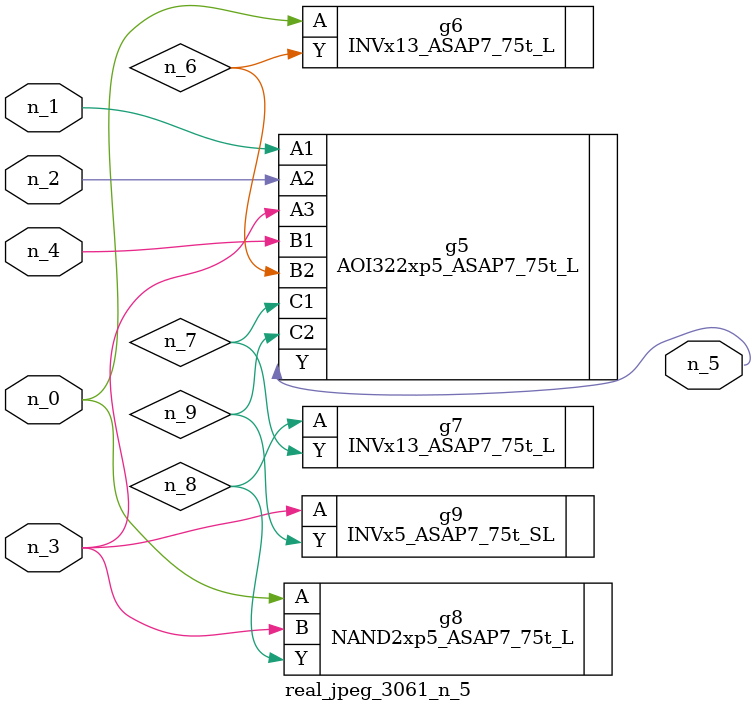
<source format=v>
module real_jpeg_3061_n_5 (n_4, n_0, n_1, n_2, n_3, n_5);

input n_4;
input n_0;
input n_1;
input n_2;
input n_3;

output n_5;

wire n_8;
wire n_6;
wire n_7;
wire n_9;

INVx13_ASAP7_75t_L g6 ( 
.A(n_0),
.Y(n_6)
);

NAND2xp5_ASAP7_75t_L g8 ( 
.A(n_0),
.B(n_3),
.Y(n_8)
);

AOI322xp5_ASAP7_75t_L g5 ( 
.A1(n_1),
.A2(n_2),
.A3(n_3),
.B1(n_4),
.B2(n_6),
.C1(n_7),
.C2(n_9),
.Y(n_5)
);

INVx5_ASAP7_75t_SL g9 ( 
.A(n_3),
.Y(n_9)
);

INVx13_ASAP7_75t_L g7 ( 
.A(n_8),
.Y(n_7)
);


endmodule
</source>
